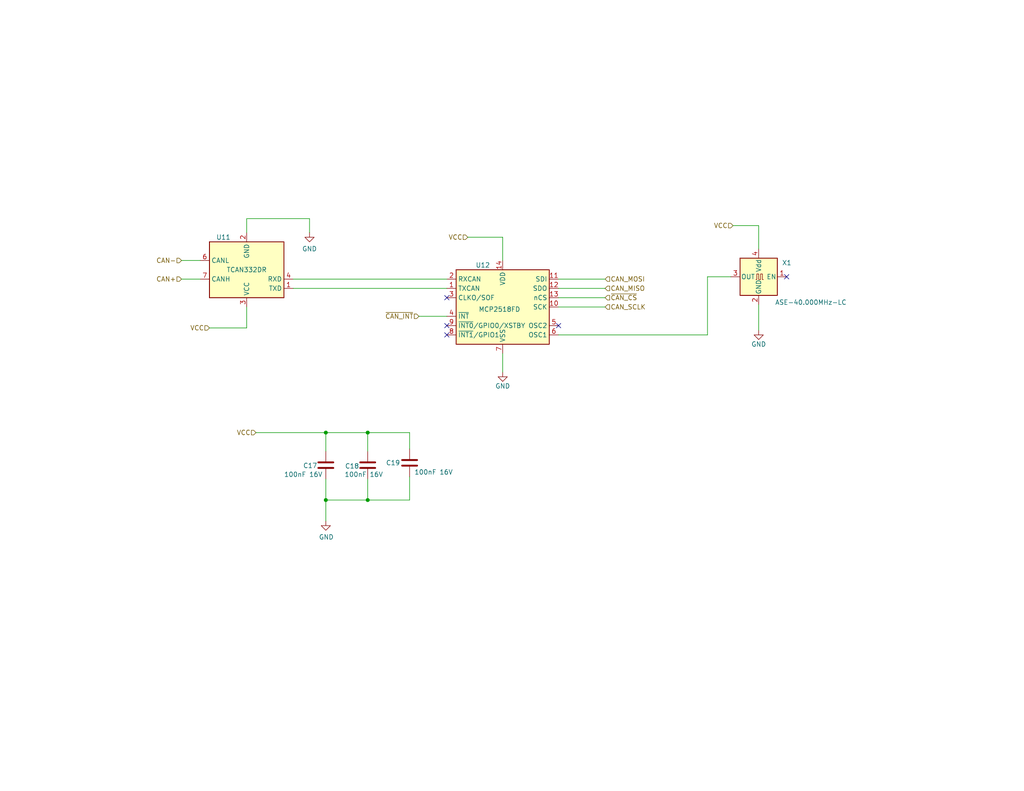
<source format=kicad_sch>
(kicad_sch (version 20231120) (generator "eeschema") (generator_version "8.0")
  (paper "USLetter")
  (title_block (title "Molliebus Pi Carrier") (date "2024-04-20") (rev "4") (company "WorlickWerx") (comment 1 "SPDX-License-Identifier: CERN-OHL-1.2"))
  (lib_symbols
    (symbol "Device:C" (pin_numbers hide) (pin_names (offset 0.254))
      (property "Reference" "C" (at 0.635 2.54 0))
      (property "Value" "C" (at 0.635 -2.54 0))
      (symbol "C_0_1"
        (polyline (pts (xy -2.032 -0.762) (xy 2.032 -0.762)) (stroke (width 0.508)))
        (polyline (pts (xy -2.032 0.762) (xy 2.032 0.762)) (stroke (width 0.508)))
      )
      (symbol "C_1_1"
        (pin passive line (at 0 3.81 270) (length 2.794) (name "~") (number "1"))
        (pin passive line (at 0 -3.81 90) (length 2.794) (name "~") (number "2"))
      )
    )
    (symbol "Interface_CAN_LIN:MCP2517FD-xSL"
      (property "Reference" "U" (at -12.7 12.7 0))
      (property "Value" "MCP2517FD-xSL" (at 2.54 12.7 0))
      (symbol "MCP2517FD-xSL_0_1"
        (rectangle (start -12.7 10.16) (end 12.7 -10.16) (stroke (width 0.254)) (fill (type background)))
      )
      (symbol "MCP2517FD-xSL_1_1"
        (pin output line (at 15.24 5.08 180) (length 2.54) (name "TXCAN") (number "1"))
        (pin input line (at -15.24 0 0) (length 2.54) (name "SCK") (number "10"))
        (pin input line (at -15.24 7.62 0) (length 2.54) (name "SDI") (number "11"))
        (pin output line (at -15.24 5.08 0) (length 2.54) (name "SDO") (number "12"))
        (pin input line (at -15.24 2.54 0) (length 2.54) (name "nCS") (number "13"))
        (pin power_in line (at 0 12.7 270) (length 2.54) (name "VDD") (number "14"))
        (pin input line (at 15.24 7.62 180) (length 2.54) (name "RXCAN") (number "2"))
        (pin output line (at 15.24 2.54 180) (length 2.54) (name "CLKO/SOF") (number "3"))
        (pin output line (at 15.24 -2.54 180) (length 2.54) (name "~{INT}") (number "4"))
        (pin output line (at -15.24 -5.08 0) (length 2.54) (name "OSC2") (number "5"))
        (pin input line (at -15.24 -7.62 0) (length 2.54) (name "OSC1") (number "6"))
        (pin power_in line (at 0 -12.7 90) (length 2.54) (name "VSS") (number "7"))
        (pin bidirectional line (at 15.24 -7.62 180) (length 2.54) (name "~{INT1}/GPIO1") (number "8"))
        (pin bidirectional line (at 15.24 -5.08 180) (length 2.54) (name "~{INT0}/GPIO0/XSTBY") (number "9"))
      )
    )
    (symbol "Interface_CAN_LIN:TCAN332"
      (property "Reference" "U" (at -10.16 8.89 0))
      (property "Value" "TCAN332" (at 2.54 8.89 0))
      (symbol "TCAN332_0_1"
        (rectangle (start -10.16 7.62) (end 10.16 -7.62) (stroke (width 0.254)) (fill (type background)))
      )
      (symbol "TCAN332_1_1"
        (pin input line (at -12.7 5.08 0) (length 2.54) (name "TXD") (number "1"))
        (pin power_in line (at 0 -10.16 90) (length 2.54) (name "GND") (number "2"))
        (pin power_in line (at 0 10.16 270) (length 2.54) (name "VCC") (number "3"))
        (pin tri_state line (at -12.7 2.54 0) (length 2.54) (name "RXD") (number "4"))
        (pin no_connect line (at -10.16 -2.54 0) (length 2.54) hide (name "NC") (number "5"))
        (pin bidirectional line (at 12.7 -2.54 180) (length 2.54) (name "CANL") (number "6"))
        (pin bidirectional line (at 12.7 2.54 180) (length 2.54) (name "CANH") (number "7"))
        (pin no_connect line (at -10.16 -5.08 0) (length 2.54) hide (name "NC") (number "8"))
      )
    )
    (symbol "Oscillator:ASE-xxxMHz" (pin_names (offset 0.254))
      (property "Reference" "X" (at -5.08 6.35 0))
      (property "Value" "ASE-xxxMHz" (at 1.27 -6.35 0))
      (symbol "ASE-xxxMHz_0_1"
        (rectangle (start -5.08 5.08) (end 5.08 -5.08) (stroke (width 0.254)) (fill (type background)))
        (polyline (pts (xy -1.27 -0.762) (xy -1.016 -0.762) (xy -1.016 0.762) (xy -0.508 0.762) (xy -0.508 -0.762) (xy 0 -0.762) (xy 0 0.762) (xy 0.508 0.762) (xy 0.508 -0.762) (xy 0.762 -0.762)))
      )
      (symbol "ASE-xxxMHz_1_1"
        (pin input line (at -7.62 0 0) (length 2.54) (name "EN") (number "1"))
        (pin power_in line (at 0 -7.62 90) (length 2.54) (name "GND") (number "2"))
        (pin output line (at 7.62 0 180) (length 2.54) (name "OUT") (number "3"))
        (pin power_in line (at 0 7.62 270) (length 2.54) (name "Vdd") (number "4"))
      )
    )
    (symbol "power:GND" (power) (pin_names (offset 0))
      (property "Value" "GND" (at 0 -3.81 0))
      (symbol "GND_0_1"
        (polyline (pts (xy 0 0) (xy 0 -1.27) (xy 1.27 -1.27) (xy 0 -2.54) (xy -1.27 -1.27) (xy 0 -1.27)))
      )
      (symbol "GND_1_1"
        (pin power_in line (at 0 0 270) (length 0) hide (name "GND") (number "1"))
      )
    )
  )
  (junction (at 88.9 118.11))
  (junction (at 88.9 136.525))
  (junction (at 100.33 118.11))
  (junction (at 100.33 136.525))
  (no_connect (at 121.92 91.44))
  (no_connect (at 152.4 88.9))
  (no_connect (at 214.63 75.565))
  (no_connect (at 121.92 81.28))
  (no_connect (at 121.92 88.9))
  (wire (pts (xy 137.16 96.52) (xy 137.16 101.6)))
  (wire (pts (xy 152.4 76.2) (xy 165.1 76.2)))
  (wire (pts (xy 84.455 59.69) (xy 67.31 59.69)))
  (wire (pts (xy 114.3 86.36) (xy 121.92 86.36)))
  (wire (pts (xy 88.9 136.525) (xy 88.9 130.81)))
  (wire (pts (xy 207.01 61.595) (xy 200.025 61.595)))
  (wire (pts (xy 100.33 118.11) (xy 111.76 118.11)))
  (wire (pts (xy 193.04 75.565) (xy 199.39 75.565)))
  (wire (pts (xy 100.33 123.19) (xy 100.33 118.11)))
  (wire (pts (xy 111.76 136.525) (xy 111.76 130.175)))
  (wire (pts (xy 152.4 83.82) (xy 165.1 83.82)))
  (wire (pts (xy 69.85 118.11) (xy 88.9 118.11)))
  (wire (pts (xy 88.9 118.11) (xy 100.33 118.11)))
  (wire (pts (xy 137.16 64.77) (xy 137.16 71.12)))
  (wire (pts (xy 207.01 90.17) (xy 207.01 83.185)))
  (wire (pts (xy 193.04 75.565) (xy 193.04 91.44)))
  (wire (pts (xy 207.01 61.595) (xy 207.01 67.945)))
  (wire (pts (xy 84.455 63.5) (xy 84.455 59.69)))
  (wire (pts (xy 127.635 64.77) (xy 137.16 64.77)))
  (wire (pts (xy 67.31 89.535) (xy 57.15 89.535)))
  (wire (pts (xy 111.76 118.11) (xy 111.76 122.555)))
  (wire (pts (xy 88.9 136.525) (xy 100.33 136.525)))
  (wire (pts (xy 152.4 81.28) (xy 165.1 81.28)))
  (wire (pts (xy 67.31 89.535) (xy 67.31 83.82)))
  (wire (pts (xy 100.33 136.525) (xy 100.33 130.81)))
  (wire (pts (xy 111.76 136.525) (xy 100.33 136.525)))
  (wire (pts (xy 67.31 59.69) (xy 67.31 63.5)))
  (wire (pts (xy 152.4 78.74) (xy 165.1 78.74)))
  (wire (pts (xy 80.01 76.2) (xy 121.92 76.2)))
  (wire (pts (xy 88.9 142.24) (xy 88.9 136.525)))
  (wire (pts (xy 54.61 76.2) (xy 49.53 76.2)))
  (wire (pts (xy 80.01 78.74) (xy 121.92 78.74)))
  (wire (pts (xy 193.04 91.44) (xy 152.4 91.44)))
  (wire (pts (xy 54.61 71.12) (xy 49.53 71.12)))
  (wire (pts (xy 88.9 123.19) (xy 88.9 118.11)))
  (hierarchical_label "~{CAN_CS}" (shape input) (at 165.1 81.28 0))
  (hierarchical_label "CAN_MOSI" (shape input) (at 165.1 76.2 0))
  (hierarchical_label "CAN_MISO" (shape input) (at 165.1 78.74 0))
  (hierarchical_label "VCC" (shape input) (at 69.85 118.11 180))
  (hierarchical_label "CAN-" (shape input) (at 49.53 71.12 180))
  (hierarchical_label "CAN_SCLK" (shape input) (at 165.1 83.82 0))
  (hierarchical_label "VCC" (shape input) (at 200.025 61.595 180))
  (hierarchical_label "~{CAN_INT}" (shape input) (at 114.3 86.36 180))
  (hierarchical_label "VCC" (shape input) (at 57.15 89.535 180))
  (hierarchical_label "VCC" (shape input) (at 127.635 64.77 180))
  (hierarchical_label "CAN+" (shape input) (at 49.53 76.2 180))
  (symbol (lib_id "power:GND") (at 207.01 90.17 0) (unit 1)
    (property "Reference" "#PWR048" (effects (hide yes)))
    (property "Value" "GND" (at 207.01 93.98 0))
  )
  (symbol (lib_id "power:GND") (at 84.455 63.5 0) (unit 1)
    (property "Reference" "#PWR044" (effects (hide yes)))
    (property "Value" "GND" (at 84.455 67.945 0))
  )
  (symbol (lib_id "Device:C") (at 88.9 127 0) (unit 1)
    (property "Reference" "C17" (at 82.677 127.127 0) (effects (justify left)))
    (property "Value" "100nF 16V" (at 77.47 129.54 0) (effects (justify left)))
    (property "Footprint" "Capacitor_SMD:C_0603_1608Metric" (effects (hide yes)))
    (property "MPN" "C0805C104K4RACTU" (effects (hide yes)))
    (property "Manufacturer" "Kemet" (effects (hide yes)))
    (property "digkey.com" "399-1167-2-ND" (effects (hide yes)))
  )
  (symbol (lib_id "Oscillator:ASE-xxxMHz") (at 207.01 75.565 0) (mirror y) (unit 1)
    (property "Reference" "X1" (at 213.36 71.755 0) (effects (justify right)))
    (property "Value" "ASE-40.000MHz-LC" (at 211.455 82.55 0) (effects (justify right)))
    (property "Footprint" "Oscillator:Oscillator_SMD_Abracon_ASE-4Pin_3.2x2.5mm" (effects (hide yes)))
    (property "Datasheet" "http://www.abracon.com/Oscillators/ASV.pdf" (effects (hide yes)))
    (property "MPN" "ASE-16.000MHz-LC" (effects (hide yes)))
    (property "Manufacturer" "Abracon" (effects (hide yes)))
  )
  (symbol (lib_id "power:GND") (at 88.9 142.24 0) (unit 1)
    (property "Reference" "#PWR042" (effects (hide yes)))
    (property "Value" "GND" (at 89.027 146.6342 0))
  )
  (symbol (lib_id "Interface_CAN_LIN:TCAN332") (at 67.31 73.66 180) (unit 1)
    (property "Reference" "U11" (at 60.96 64.77 0))
    (property "Value" "TCAN332DR" (at 67.31 73.66 0))
    (property "Footprint" "Package_SO:SOIC-8_3.9x4.9mm_P1.27mm" (effects (hide yes)))
    (property "Datasheet" "http://www.ti.com/lit/ds/symlink/tcan337.pdf" (effects (hide yes)))
    (property "digkey.com" "296-43711-1-ND" (effects (hide yes)))
    (property "MPN" "TCAN332DR" (effects (hide yes)))
    (property "Manufacturer" "Texas Instruments" (effects (hide yes)))
  )
  (symbol (lib_id "Device:C") (at 111.76 126.365 0) (unit 1)
    (property "Reference" "C19" (at 105.283 126.365 0) (effects (justify left)))
    (property "Value" "100nF 16V" (at 113.03 128.905 0) (effects (justify left)))
    (property "Footprint" "Capacitor_SMD:C_0603_1608Metric" (effects (hide yes)))
    (property "MPN" "C0805C104K4RACTU" (effects (hide yes)))
    (property "Manufacturer" "Kemet" (effects (hide yes)))
    (property "digkey.com" "399-1167-2-ND" (effects (hide yes)))
  )
  (symbol (lib_id "Device:C") (at 100.33 127 0) (unit 1)
    (property "Reference" "C18" (at 94.107 127.254 0) (effects (justify left)))
    (property "Value" "100nF 16V" (at 93.98 129.54 0) (effects (justify left)))
    (property "Footprint" "Capacitor_SMD:C_0603_1608Metric" (effects (hide yes)))
    (property "MPN" "C0805C104K4RACTU" (effects (hide yes)))
    (property "Manufacturer" "Kemet" (effects (hide yes)))
    (property "digkey.com" "399-1167-2-ND" (effects (hide yes)))
  )
  (symbol (lib_id "Interface_CAN_LIN:MCP2517FD-xSL") (at 137.16 83.82 0) (mirror y) (unit 1)
    (property "Reference" "U12" (at 133.731 72.39 0) (effects (justify left)))
    (property "Value" "MCP2518FD" (at 141.986 84.455 0) (effects (justify left)))
    (property "Footprint" "Package_SO:SOIC-14_3.9x8.7mm_P1.27mm" (effects (hide yes)))
    (property "Datasheet" "https://ww1.microchip.com/downloads/en/DeviceDoc/20005688A.pdf" (effects (hide yes)))
  )
  (symbol (lib_id "power:GND") (at 137.16 101.6 0) (unit 1)
    (property "Reference" "#PWR046" (effects (hide yes)))
    (property "Value" "GND" (at 137.16 105.41 0))
  )
)
</source>
